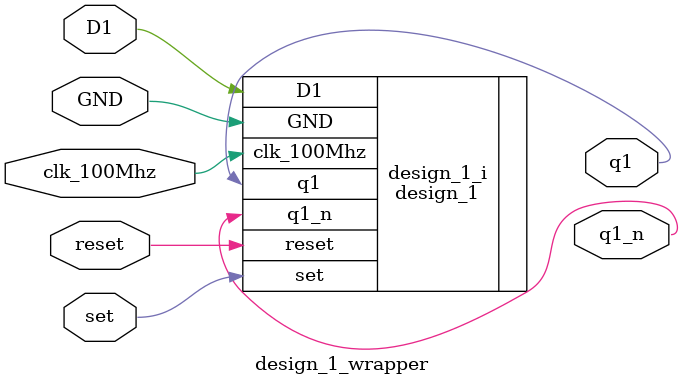
<source format=v>
`timescale 1 ps / 1 ps

module design_1_wrapper
   (D1,
    GND,
    clk_100Mhz,
    q1,
    q1_n,
    reset,
    set);
  input D1;
  input GND;
  input clk_100Mhz;
  output q1;
  output q1_n;
  input reset;
  input set;

  wire D1;
  wire GND;
  wire clk_100Mhz;
  wire q1;
  wire q1_n;
  wire reset;
  wire set;

design_1 design_1_i
       (.D1(D1),
        .GND(GND),
        .clk_100Mhz(clk_100Mhz),
        .q1(q1),
        .q1_n(q1_n),
        .reset(reset),
        .set(set));
endmodule

</source>
